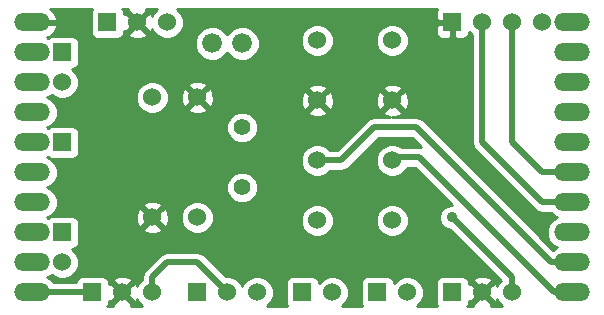
<source format=gtl>
G04 (created by PCBNEW-RS274X (2011-nov-30)-testing) date Wed 18 Jul 2012 12:41:25 AM CEST*
%MOIN*%
G04 Gerber Fmt 3.4, Leading zero omitted, Abs format*
%FSLAX34Y34*%
G01*
G70*
G90*
G04 APERTURE LIST*
%ADD10C,0.006*%
%ADD11C,0.066*%
%ADD12C,0.06*%
%ADD13R,0.06X0.06*%
%ADD14C,0.055*%
%ADD15O,0.1187X0.0592*%
%ADD16O,0.1187X0.06*%
%ADD17C,0.035*%
%ADD18C,0.02*%
%ADD19C,0.01*%
G04 APERTURE END LIST*
G54D10*
G54D11*
X7500Y8800D03*
X6500Y8800D03*
G54D12*
X6000Y3000D03*
X6000Y7000D03*
X4500Y7000D03*
X4500Y3000D03*
X12500Y8900D03*
X12500Y6900D03*
X12500Y4900D03*
X12500Y2900D03*
X10000Y8900D03*
X10000Y6900D03*
X10000Y4900D03*
X10000Y2900D03*
G54D13*
X14500Y9500D03*
G54D12*
X15500Y9500D03*
X16500Y9500D03*
X17500Y9500D03*
G54D13*
X6000Y500D03*
G54D12*
X7000Y500D03*
X8000Y500D03*
G54D13*
X14500Y500D03*
G54D12*
X15500Y500D03*
X16500Y500D03*
G54D13*
X2500Y500D03*
G54D12*
X3500Y500D03*
X4500Y500D03*
G54D13*
X9500Y500D03*
G54D12*
X10500Y500D03*
G54D13*
X12000Y500D03*
G54D12*
X13000Y500D03*
G54D13*
X3000Y9500D03*
G54D12*
X4000Y9500D03*
X5000Y9500D03*
G54D13*
X1500Y2500D03*
G54D12*
X1500Y1500D03*
G54D13*
X1500Y5500D03*
X1500Y8500D03*
G54D12*
X1500Y7500D03*
G54D14*
X7500Y4000D03*
X7500Y6000D03*
G54D15*
X500Y9500D03*
X500Y8500D03*
X500Y7500D03*
X500Y6500D03*
X500Y5500D03*
X500Y4500D03*
X500Y3500D03*
G54D16*
X500Y2500D03*
G54D15*
X500Y1500D03*
G54D16*
X500Y500D03*
G54D15*
X18500Y500D03*
X18500Y1500D03*
X18500Y2500D03*
X18500Y3500D03*
X18500Y4500D03*
X18500Y5500D03*
X18500Y6500D03*
X18500Y7500D03*
X18500Y8500D03*
X18500Y9500D03*
G54D17*
X14500Y3000D03*
G54D18*
X4500Y500D02*
X4500Y1000D01*
X6000Y1500D02*
X7000Y500D01*
X5000Y1500D02*
X6000Y1500D01*
X4500Y1000D02*
X5000Y1500D01*
X16500Y500D02*
X16500Y1000D01*
X16500Y1000D02*
X14500Y3000D01*
X12500Y5000D02*
X13400Y5000D01*
X17900Y500D02*
X18500Y500D01*
X13400Y5000D02*
X17900Y500D01*
X10000Y4900D02*
X10800Y4900D01*
X17800Y1500D02*
X18500Y1500D01*
X13300Y6000D02*
X17800Y1500D01*
X11900Y6000D02*
X13300Y6000D01*
X10800Y4900D02*
X11900Y6000D01*
X16500Y9500D02*
X16500Y5500D01*
X17500Y4500D02*
X18500Y4500D01*
X16500Y5500D02*
X17500Y4500D01*
X2500Y500D02*
X500Y500D01*
G54D19*
X2000Y500D02*
X500Y500D01*
G54D18*
X15500Y9500D02*
X15500Y5500D01*
X17500Y3500D02*
X18500Y3500D01*
X15500Y5500D02*
X17500Y3500D01*
G54D10*
G36*
X17993Y2001D02*
X17884Y1955D01*
X17861Y1933D01*
X14450Y5344D01*
X14450Y9012D01*
X14450Y9450D01*
X14012Y9450D01*
X13950Y9388D01*
X13951Y9249D01*
X13951Y9150D01*
X13989Y9059D01*
X14059Y8989D01*
X14151Y8951D01*
X14388Y8950D01*
X14450Y9012D01*
X14450Y5344D01*
X13547Y6247D01*
X13434Y6323D01*
X13300Y6350D01*
X13053Y6350D01*
X13053Y6819D01*
X13049Y6899D01*
X13049Y8791D01*
X13049Y9009D01*
X12965Y9211D01*
X12811Y9365D01*
X12609Y9449D01*
X12391Y9449D01*
X12189Y9365D01*
X12035Y9211D01*
X11951Y9009D01*
X11951Y8791D01*
X12035Y8589D01*
X12189Y8435D01*
X12391Y8351D01*
X12609Y8351D01*
X12811Y8435D01*
X12965Y8589D01*
X13049Y8791D01*
X13049Y6899D01*
X13042Y7037D01*
X12980Y7186D01*
X12885Y7215D01*
X12815Y7145D01*
X12815Y7285D01*
X12786Y7380D01*
X12581Y7453D01*
X12363Y7442D01*
X12214Y7380D01*
X12185Y7285D01*
X12500Y6971D01*
X12815Y7285D01*
X12815Y7145D01*
X12571Y6900D01*
X12885Y6585D01*
X12980Y6614D01*
X13053Y6819D01*
X13053Y6350D01*
X12478Y6350D01*
X12637Y6358D01*
X12786Y6420D01*
X12815Y6515D01*
X12500Y6829D01*
X12429Y6759D01*
X12429Y6900D01*
X12115Y7215D01*
X12020Y7186D01*
X11947Y6981D01*
X11958Y6763D01*
X12020Y6614D01*
X12115Y6585D01*
X12429Y6900D01*
X12429Y6759D01*
X12185Y6515D01*
X12214Y6420D01*
X12410Y6350D01*
X11900Y6350D01*
X11766Y6323D01*
X11652Y6247D01*
X10655Y5250D01*
X10553Y5250D01*
X10553Y6819D01*
X10549Y6899D01*
X10549Y8791D01*
X10549Y9009D01*
X10465Y9211D01*
X10311Y9365D01*
X10109Y9449D01*
X9891Y9449D01*
X9689Y9365D01*
X9535Y9211D01*
X9451Y9009D01*
X9451Y8791D01*
X9535Y8589D01*
X9689Y8435D01*
X9891Y8351D01*
X10109Y8351D01*
X10311Y8435D01*
X10465Y8589D01*
X10549Y8791D01*
X10549Y6899D01*
X10542Y7037D01*
X10480Y7186D01*
X10385Y7215D01*
X10315Y7145D01*
X10315Y7285D01*
X10286Y7380D01*
X10081Y7453D01*
X9863Y7442D01*
X9714Y7380D01*
X9685Y7285D01*
X10000Y6971D01*
X10315Y7285D01*
X10315Y7145D01*
X10071Y6900D01*
X10385Y6585D01*
X10480Y6614D01*
X10553Y6819D01*
X10553Y5250D01*
X10426Y5250D01*
X10315Y5361D01*
X10315Y6515D01*
X10000Y6829D01*
X9929Y6759D01*
X9929Y6900D01*
X9615Y7215D01*
X9520Y7186D01*
X9447Y6981D01*
X9458Y6763D01*
X9520Y6614D01*
X9615Y6585D01*
X9929Y6900D01*
X9929Y6759D01*
X9685Y6515D01*
X9714Y6420D01*
X9919Y6347D01*
X10137Y6358D01*
X10286Y6420D01*
X10315Y6515D01*
X10315Y5361D01*
X10311Y5365D01*
X10109Y5449D01*
X9891Y5449D01*
X9689Y5365D01*
X9535Y5211D01*
X9451Y5009D01*
X9451Y4791D01*
X9535Y4589D01*
X9689Y4435D01*
X9891Y4351D01*
X10109Y4351D01*
X10311Y4435D01*
X10426Y4550D01*
X10800Y4550D01*
X10800Y4551D01*
X10934Y4577D01*
X11047Y4653D01*
X12044Y5650D01*
X13155Y5650D01*
X13470Y5336D01*
X13400Y5350D01*
X12826Y5350D01*
X12811Y5365D01*
X12609Y5449D01*
X12391Y5449D01*
X12189Y5365D01*
X12035Y5211D01*
X11951Y5009D01*
X11951Y4791D01*
X12035Y4589D01*
X12189Y4435D01*
X12391Y4351D01*
X12609Y4351D01*
X12811Y4435D01*
X12965Y4589D01*
X12990Y4650D01*
X13255Y4650D01*
X14480Y3425D01*
X14416Y3425D01*
X14260Y3361D01*
X14140Y3241D01*
X14075Y3085D01*
X14075Y2916D01*
X14139Y2760D01*
X14259Y2640D01*
X14415Y2575D01*
X14430Y2575D01*
X16114Y891D01*
X16035Y811D01*
X16002Y733D01*
X15980Y786D01*
X15885Y815D01*
X15815Y745D01*
X15815Y885D01*
X15786Y980D01*
X15581Y1053D01*
X15363Y1042D01*
X15214Y980D01*
X15185Y885D01*
X15500Y571D01*
X15815Y885D01*
X15815Y745D01*
X15571Y500D01*
X15885Y185D01*
X15980Y214D01*
X16000Y272D01*
X16035Y189D01*
X16174Y50D01*
X15795Y50D01*
X15815Y115D01*
X15500Y429D01*
X15185Y115D01*
X15204Y50D01*
X15002Y50D01*
X15011Y59D01*
X15049Y150D01*
X15049Y206D01*
X15115Y185D01*
X15429Y500D01*
X15115Y815D01*
X15049Y795D01*
X15049Y849D01*
X15011Y941D01*
X14941Y1011D01*
X14850Y1049D01*
X14751Y1049D01*
X14151Y1049D01*
X14059Y1011D01*
X13989Y941D01*
X13951Y850D01*
X13951Y751D01*
X13951Y151D01*
X13989Y59D01*
X13998Y50D01*
X13326Y50D01*
X13465Y189D01*
X13549Y391D01*
X13549Y609D01*
X13465Y811D01*
X13311Y965D01*
X13109Y1049D01*
X13049Y1049D01*
X13049Y2791D01*
X13049Y3009D01*
X12965Y3211D01*
X12811Y3365D01*
X12609Y3449D01*
X12391Y3449D01*
X12189Y3365D01*
X12035Y3211D01*
X11951Y3009D01*
X11951Y2791D01*
X12035Y2589D01*
X12189Y2435D01*
X12391Y2351D01*
X12609Y2351D01*
X12811Y2435D01*
X12965Y2589D01*
X13049Y2791D01*
X13049Y1049D01*
X12891Y1049D01*
X12689Y965D01*
X12549Y825D01*
X12549Y849D01*
X12511Y941D01*
X12441Y1011D01*
X12350Y1049D01*
X12251Y1049D01*
X11651Y1049D01*
X11559Y1011D01*
X11489Y941D01*
X11451Y850D01*
X11451Y751D01*
X11451Y151D01*
X11489Y59D01*
X11498Y50D01*
X10826Y50D01*
X10965Y189D01*
X11049Y391D01*
X11049Y609D01*
X10965Y811D01*
X10811Y965D01*
X10609Y1049D01*
X10549Y1049D01*
X10549Y2791D01*
X10549Y3009D01*
X10465Y3211D01*
X10311Y3365D01*
X10109Y3449D01*
X9891Y3449D01*
X9689Y3365D01*
X9535Y3211D01*
X9451Y3009D01*
X9451Y2791D01*
X9535Y2589D01*
X9689Y2435D01*
X9891Y2351D01*
X10109Y2351D01*
X10311Y2435D01*
X10465Y2589D01*
X10549Y2791D01*
X10549Y1049D01*
X10391Y1049D01*
X10189Y965D01*
X10049Y825D01*
X10049Y849D01*
X10011Y941D01*
X9941Y1011D01*
X9850Y1049D01*
X9751Y1049D01*
X9151Y1049D01*
X9059Y1011D01*
X8989Y941D01*
X8951Y850D01*
X8951Y751D01*
X8951Y151D01*
X8989Y59D01*
X8998Y50D01*
X8326Y50D01*
X8465Y189D01*
X8549Y391D01*
X8549Y609D01*
X8465Y811D01*
X8311Y965D01*
X8109Y1049D01*
X8080Y1049D01*
X8080Y8684D01*
X8080Y8915D01*
X7992Y9128D01*
X7829Y9291D01*
X7616Y9380D01*
X7385Y9380D01*
X7172Y9292D01*
X7009Y9129D01*
X7000Y9109D01*
X6992Y9128D01*
X6829Y9291D01*
X6616Y9380D01*
X6385Y9380D01*
X6172Y9292D01*
X6009Y9129D01*
X5920Y8916D01*
X5920Y8685D01*
X6008Y8472D01*
X6171Y8309D01*
X6384Y8220D01*
X6615Y8220D01*
X6828Y8308D01*
X6991Y8471D01*
X6999Y8492D01*
X7008Y8472D01*
X7171Y8309D01*
X7384Y8220D01*
X7615Y8220D01*
X7828Y8308D01*
X7991Y8471D01*
X8080Y8684D01*
X8080Y1049D01*
X8025Y1049D01*
X8025Y3895D01*
X8025Y4104D01*
X8025Y5895D01*
X8025Y6104D01*
X7945Y6297D01*
X7798Y6445D01*
X7605Y6525D01*
X7396Y6525D01*
X7203Y6445D01*
X7055Y6298D01*
X6975Y6105D01*
X6975Y5896D01*
X7055Y5703D01*
X7202Y5555D01*
X7395Y5475D01*
X7604Y5475D01*
X7797Y5555D01*
X7945Y5702D01*
X8025Y5895D01*
X8025Y4104D01*
X7945Y4297D01*
X7798Y4445D01*
X7605Y4525D01*
X7396Y4525D01*
X7203Y4445D01*
X7055Y4298D01*
X6975Y4105D01*
X6975Y3896D01*
X7055Y3703D01*
X7202Y3555D01*
X7395Y3475D01*
X7604Y3475D01*
X7797Y3555D01*
X7945Y3702D01*
X8025Y3895D01*
X8025Y1049D01*
X7891Y1049D01*
X7689Y965D01*
X7535Y811D01*
X7500Y727D01*
X7465Y811D01*
X7311Y965D01*
X7109Y1049D01*
X6945Y1049D01*
X6553Y1441D01*
X6553Y6919D01*
X6542Y7137D01*
X6480Y7286D01*
X6385Y7315D01*
X6315Y7245D01*
X6315Y7385D01*
X6286Y7480D01*
X6081Y7553D01*
X5863Y7542D01*
X5714Y7480D01*
X5685Y7385D01*
X6000Y7071D01*
X6315Y7385D01*
X6315Y7245D01*
X6071Y7000D01*
X6385Y6685D01*
X6480Y6714D01*
X6553Y6919D01*
X6553Y1441D01*
X6549Y1445D01*
X6549Y2891D01*
X6549Y3109D01*
X6465Y3311D01*
X6315Y3461D01*
X6315Y6615D01*
X6000Y6929D01*
X5929Y6859D01*
X5929Y7000D01*
X5615Y7315D01*
X5520Y7286D01*
X5447Y7081D01*
X5458Y6863D01*
X5520Y6714D01*
X5615Y6685D01*
X5929Y7000D01*
X5929Y6859D01*
X5685Y6615D01*
X5714Y6520D01*
X5919Y6447D01*
X6137Y6458D01*
X6286Y6520D01*
X6315Y6615D01*
X6315Y3461D01*
X6311Y3465D01*
X6109Y3549D01*
X5891Y3549D01*
X5689Y3465D01*
X5535Y3311D01*
X5451Y3109D01*
X5451Y2891D01*
X5535Y2689D01*
X5689Y2535D01*
X5891Y2451D01*
X6109Y2451D01*
X6311Y2535D01*
X6465Y2689D01*
X6549Y2891D01*
X6549Y1445D01*
X6247Y1747D01*
X6134Y1823D01*
X6000Y1850D01*
X5053Y1850D01*
X5053Y2919D01*
X5049Y2999D01*
X5049Y6891D01*
X5049Y7109D01*
X4965Y7311D01*
X4811Y7465D01*
X4609Y7549D01*
X4391Y7549D01*
X4315Y7518D01*
X4315Y9115D01*
X4000Y9429D01*
X3685Y9115D01*
X3714Y9020D01*
X3919Y8947D01*
X4137Y8958D01*
X4286Y9020D01*
X4315Y9115D01*
X4315Y7518D01*
X4189Y7465D01*
X4035Y7311D01*
X3951Y7109D01*
X3951Y6891D01*
X4035Y6689D01*
X4189Y6535D01*
X4391Y6451D01*
X4609Y6451D01*
X4811Y6535D01*
X4965Y6689D01*
X5049Y6891D01*
X5049Y2999D01*
X5042Y3137D01*
X4980Y3286D01*
X4885Y3315D01*
X4815Y3245D01*
X4815Y3385D01*
X4786Y3480D01*
X4581Y3553D01*
X4363Y3542D01*
X4214Y3480D01*
X4185Y3385D01*
X4500Y3071D01*
X4815Y3385D01*
X4815Y3245D01*
X4571Y3000D01*
X4885Y2685D01*
X4980Y2714D01*
X5053Y2919D01*
X5053Y1850D01*
X5000Y1850D01*
X4866Y1823D01*
X4815Y1789D01*
X4815Y2615D01*
X4500Y2929D01*
X4429Y2859D01*
X4429Y3000D01*
X4115Y3315D01*
X4020Y3286D01*
X3947Y3081D01*
X3958Y2863D01*
X4020Y2714D01*
X4115Y2685D01*
X4429Y3000D01*
X4429Y2859D01*
X4185Y2615D01*
X4214Y2520D01*
X4419Y2447D01*
X4637Y2458D01*
X4786Y2520D01*
X4815Y2615D01*
X4815Y1789D01*
X4752Y1747D01*
X4253Y1247D01*
X4177Y1134D01*
X4150Y1000D01*
X4150Y926D01*
X4035Y811D01*
X4002Y733D01*
X3980Y786D01*
X3885Y815D01*
X3815Y745D01*
X3815Y885D01*
X3786Y980D01*
X3581Y1053D01*
X3363Y1042D01*
X3214Y980D01*
X3185Y885D01*
X3500Y571D01*
X3815Y885D01*
X3815Y745D01*
X3571Y500D01*
X3885Y185D01*
X3980Y214D01*
X4000Y272D01*
X4035Y189D01*
X4174Y50D01*
X3795Y50D01*
X3815Y115D01*
X3500Y429D01*
X3185Y115D01*
X3204Y50D01*
X3002Y50D01*
X3011Y59D01*
X3049Y150D01*
X3049Y206D01*
X3115Y185D01*
X3429Y500D01*
X3115Y815D01*
X3049Y795D01*
X3049Y849D01*
X3011Y941D01*
X2941Y1011D01*
X2850Y1049D01*
X2751Y1049D01*
X2151Y1049D01*
X2059Y1011D01*
X1989Y941D01*
X1951Y850D01*
X1222Y850D01*
X1115Y957D01*
X1009Y1002D01*
X1116Y1045D01*
X1147Y1077D01*
X1189Y1035D01*
X1391Y951D01*
X1609Y951D01*
X1811Y1035D01*
X1965Y1189D01*
X2049Y1391D01*
X2049Y1609D01*
X1965Y1811D01*
X1825Y1951D01*
X1849Y1951D01*
X1941Y1989D01*
X2011Y2059D01*
X2049Y2150D01*
X2049Y2249D01*
X2049Y2849D01*
X2011Y2941D01*
X1941Y3011D01*
X1850Y3049D01*
X1751Y3049D01*
X1151Y3049D01*
X1059Y3011D01*
X1037Y2990D01*
X1009Y3002D01*
X1116Y3045D01*
X1267Y3196D01*
X1349Y3393D01*
X1349Y3606D01*
X1268Y3803D01*
X1117Y3954D01*
X1006Y4000D01*
X1116Y4045D01*
X1267Y4196D01*
X1349Y4393D01*
X1349Y4606D01*
X1268Y4803D01*
X1117Y4954D01*
X1006Y5000D01*
X1035Y5013D01*
X1059Y4989D01*
X1150Y4951D01*
X1249Y4951D01*
X1849Y4951D01*
X1941Y4989D01*
X2011Y5059D01*
X2049Y5150D01*
X2049Y5249D01*
X2049Y5849D01*
X2011Y5941D01*
X1941Y6011D01*
X1850Y6049D01*
X1751Y6049D01*
X1151Y6049D01*
X1059Y6011D01*
X1035Y5988D01*
X1006Y6000D01*
X1116Y6045D01*
X1267Y6196D01*
X1349Y6393D01*
X1349Y6606D01*
X1268Y6803D01*
X1117Y6954D01*
X1006Y7000D01*
X1116Y7045D01*
X1147Y7077D01*
X1189Y7035D01*
X1391Y6951D01*
X1609Y6951D01*
X1811Y7035D01*
X1965Y7189D01*
X2049Y7391D01*
X2049Y7609D01*
X1965Y7811D01*
X1825Y7951D01*
X1849Y7951D01*
X1941Y7989D01*
X2011Y8059D01*
X2049Y8150D01*
X2049Y8249D01*
X2049Y8849D01*
X2011Y8941D01*
X1941Y9011D01*
X1850Y9049D01*
X1751Y9049D01*
X1151Y9049D01*
X1059Y9011D01*
X1035Y8988D01*
X1004Y9001D01*
X1052Y9015D01*
X1218Y9150D01*
X1320Y9338D01*
X1325Y9366D01*
X1278Y9450D01*
X600Y9450D01*
X550Y9450D01*
X450Y9450D01*
X450Y9550D01*
X550Y9550D01*
X600Y9550D01*
X1278Y9550D01*
X1325Y9634D01*
X1320Y9662D01*
X1218Y9850D01*
X1095Y9950D01*
X2498Y9950D01*
X2489Y9941D01*
X2451Y9850D01*
X2451Y9751D01*
X2451Y9151D01*
X2489Y9059D01*
X2559Y8989D01*
X2650Y8951D01*
X2749Y8951D01*
X3349Y8951D01*
X3441Y8989D01*
X3511Y9059D01*
X3549Y9150D01*
X3549Y9206D01*
X3615Y9185D01*
X3929Y9500D01*
X3615Y9815D01*
X3549Y9795D01*
X3549Y9849D01*
X3511Y9941D01*
X3502Y9950D01*
X3704Y9950D01*
X3685Y9885D01*
X4000Y9571D01*
X4315Y9885D01*
X4295Y9950D01*
X4674Y9950D01*
X4535Y9811D01*
X4502Y9733D01*
X4480Y9786D01*
X4385Y9815D01*
X4071Y9500D01*
X4385Y9185D01*
X4480Y9214D01*
X4500Y9272D01*
X4535Y9189D01*
X4689Y9035D01*
X4891Y8951D01*
X5109Y8951D01*
X5311Y9035D01*
X5465Y9189D01*
X5549Y9391D01*
X5549Y9609D01*
X5465Y9811D01*
X5326Y9950D01*
X13998Y9950D01*
X13989Y9941D01*
X13951Y9850D01*
X13951Y9751D01*
X13950Y9612D01*
X14012Y9550D01*
X14400Y9550D01*
X14450Y9550D01*
X14550Y9550D01*
X14550Y9450D01*
X14550Y9400D01*
X14550Y9012D01*
X14612Y8950D01*
X14849Y8951D01*
X14941Y8989D01*
X15011Y9059D01*
X15049Y9150D01*
X15049Y9175D01*
X15150Y9074D01*
X15150Y5500D01*
X15177Y5366D01*
X15253Y5253D01*
X17252Y3253D01*
X17253Y3253D01*
X17366Y3177D01*
X17500Y3150D01*
X17779Y3150D01*
X17883Y3046D01*
X17993Y3001D01*
X17884Y2955D01*
X17733Y2804D01*
X17651Y2607D01*
X17651Y2394D01*
X17732Y2197D01*
X17883Y2046D01*
X17993Y2001D01*
X17993Y2001D01*
G37*
G54D19*
X17993Y2001D02*
X17884Y1955D01*
X17861Y1933D01*
X14450Y5344D01*
X14450Y9012D01*
X14450Y9450D01*
X14012Y9450D01*
X13950Y9388D01*
X13951Y9249D01*
X13951Y9150D01*
X13989Y9059D01*
X14059Y8989D01*
X14151Y8951D01*
X14388Y8950D01*
X14450Y9012D01*
X14450Y5344D01*
X13547Y6247D01*
X13434Y6323D01*
X13300Y6350D01*
X13053Y6350D01*
X13053Y6819D01*
X13049Y6899D01*
X13049Y8791D01*
X13049Y9009D01*
X12965Y9211D01*
X12811Y9365D01*
X12609Y9449D01*
X12391Y9449D01*
X12189Y9365D01*
X12035Y9211D01*
X11951Y9009D01*
X11951Y8791D01*
X12035Y8589D01*
X12189Y8435D01*
X12391Y8351D01*
X12609Y8351D01*
X12811Y8435D01*
X12965Y8589D01*
X13049Y8791D01*
X13049Y6899D01*
X13042Y7037D01*
X12980Y7186D01*
X12885Y7215D01*
X12815Y7145D01*
X12815Y7285D01*
X12786Y7380D01*
X12581Y7453D01*
X12363Y7442D01*
X12214Y7380D01*
X12185Y7285D01*
X12500Y6971D01*
X12815Y7285D01*
X12815Y7145D01*
X12571Y6900D01*
X12885Y6585D01*
X12980Y6614D01*
X13053Y6819D01*
X13053Y6350D01*
X12478Y6350D01*
X12637Y6358D01*
X12786Y6420D01*
X12815Y6515D01*
X12500Y6829D01*
X12429Y6759D01*
X12429Y6900D01*
X12115Y7215D01*
X12020Y7186D01*
X11947Y6981D01*
X11958Y6763D01*
X12020Y6614D01*
X12115Y6585D01*
X12429Y6900D01*
X12429Y6759D01*
X12185Y6515D01*
X12214Y6420D01*
X12410Y6350D01*
X11900Y6350D01*
X11766Y6323D01*
X11652Y6247D01*
X10655Y5250D01*
X10553Y5250D01*
X10553Y6819D01*
X10549Y6899D01*
X10549Y8791D01*
X10549Y9009D01*
X10465Y9211D01*
X10311Y9365D01*
X10109Y9449D01*
X9891Y9449D01*
X9689Y9365D01*
X9535Y9211D01*
X9451Y9009D01*
X9451Y8791D01*
X9535Y8589D01*
X9689Y8435D01*
X9891Y8351D01*
X10109Y8351D01*
X10311Y8435D01*
X10465Y8589D01*
X10549Y8791D01*
X10549Y6899D01*
X10542Y7037D01*
X10480Y7186D01*
X10385Y7215D01*
X10315Y7145D01*
X10315Y7285D01*
X10286Y7380D01*
X10081Y7453D01*
X9863Y7442D01*
X9714Y7380D01*
X9685Y7285D01*
X10000Y6971D01*
X10315Y7285D01*
X10315Y7145D01*
X10071Y6900D01*
X10385Y6585D01*
X10480Y6614D01*
X10553Y6819D01*
X10553Y5250D01*
X10426Y5250D01*
X10315Y5361D01*
X10315Y6515D01*
X10000Y6829D01*
X9929Y6759D01*
X9929Y6900D01*
X9615Y7215D01*
X9520Y7186D01*
X9447Y6981D01*
X9458Y6763D01*
X9520Y6614D01*
X9615Y6585D01*
X9929Y6900D01*
X9929Y6759D01*
X9685Y6515D01*
X9714Y6420D01*
X9919Y6347D01*
X10137Y6358D01*
X10286Y6420D01*
X10315Y6515D01*
X10315Y5361D01*
X10311Y5365D01*
X10109Y5449D01*
X9891Y5449D01*
X9689Y5365D01*
X9535Y5211D01*
X9451Y5009D01*
X9451Y4791D01*
X9535Y4589D01*
X9689Y4435D01*
X9891Y4351D01*
X10109Y4351D01*
X10311Y4435D01*
X10426Y4550D01*
X10800Y4550D01*
X10800Y4551D01*
X10934Y4577D01*
X11047Y4653D01*
X12044Y5650D01*
X13155Y5650D01*
X13470Y5336D01*
X13400Y5350D01*
X12826Y5350D01*
X12811Y5365D01*
X12609Y5449D01*
X12391Y5449D01*
X12189Y5365D01*
X12035Y5211D01*
X11951Y5009D01*
X11951Y4791D01*
X12035Y4589D01*
X12189Y4435D01*
X12391Y4351D01*
X12609Y4351D01*
X12811Y4435D01*
X12965Y4589D01*
X12990Y4650D01*
X13255Y4650D01*
X14480Y3425D01*
X14416Y3425D01*
X14260Y3361D01*
X14140Y3241D01*
X14075Y3085D01*
X14075Y2916D01*
X14139Y2760D01*
X14259Y2640D01*
X14415Y2575D01*
X14430Y2575D01*
X16114Y891D01*
X16035Y811D01*
X16002Y733D01*
X15980Y786D01*
X15885Y815D01*
X15815Y745D01*
X15815Y885D01*
X15786Y980D01*
X15581Y1053D01*
X15363Y1042D01*
X15214Y980D01*
X15185Y885D01*
X15500Y571D01*
X15815Y885D01*
X15815Y745D01*
X15571Y500D01*
X15885Y185D01*
X15980Y214D01*
X16000Y272D01*
X16035Y189D01*
X16174Y50D01*
X15795Y50D01*
X15815Y115D01*
X15500Y429D01*
X15185Y115D01*
X15204Y50D01*
X15002Y50D01*
X15011Y59D01*
X15049Y150D01*
X15049Y206D01*
X15115Y185D01*
X15429Y500D01*
X15115Y815D01*
X15049Y795D01*
X15049Y849D01*
X15011Y941D01*
X14941Y1011D01*
X14850Y1049D01*
X14751Y1049D01*
X14151Y1049D01*
X14059Y1011D01*
X13989Y941D01*
X13951Y850D01*
X13951Y751D01*
X13951Y151D01*
X13989Y59D01*
X13998Y50D01*
X13326Y50D01*
X13465Y189D01*
X13549Y391D01*
X13549Y609D01*
X13465Y811D01*
X13311Y965D01*
X13109Y1049D01*
X13049Y1049D01*
X13049Y2791D01*
X13049Y3009D01*
X12965Y3211D01*
X12811Y3365D01*
X12609Y3449D01*
X12391Y3449D01*
X12189Y3365D01*
X12035Y3211D01*
X11951Y3009D01*
X11951Y2791D01*
X12035Y2589D01*
X12189Y2435D01*
X12391Y2351D01*
X12609Y2351D01*
X12811Y2435D01*
X12965Y2589D01*
X13049Y2791D01*
X13049Y1049D01*
X12891Y1049D01*
X12689Y965D01*
X12549Y825D01*
X12549Y849D01*
X12511Y941D01*
X12441Y1011D01*
X12350Y1049D01*
X12251Y1049D01*
X11651Y1049D01*
X11559Y1011D01*
X11489Y941D01*
X11451Y850D01*
X11451Y751D01*
X11451Y151D01*
X11489Y59D01*
X11498Y50D01*
X10826Y50D01*
X10965Y189D01*
X11049Y391D01*
X11049Y609D01*
X10965Y811D01*
X10811Y965D01*
X10609Y1049D01*
X10549Y1049D01*
X10549Y2791D01*
X10549Y3009D01*
X10465Y3211D01*
X10311Y3365D01*
X10109Y3449D01*
X9891Y3449D01*
X9689Y3365D01*
X9535Y3211D01*
X9451Y3009D01*
X9451Y2791D01*
X9535Y2589D01*
X9689Y2435D01*
X9891Y2351D01*
X10109Y2351D01*
X10311Y2435D01*
X10465Y2589D01*
X10549Y2791D01*
X10549Y1049D01*
X10391Y1049D01*
X10189Y965D01*
X10049Y825D01*
X10049Y849D01*
X10011Y941D01*
X9941Y1011D01*
X9850Y1049D01*
X9751Y1049D01*
X9151Y1049D01*
X9059Y1011D01*
X8989Y941D01*
X8951Y850D01*
X8951Y751D01*
X8951Y151D01*
X8989Y59D01*
X8998Y50D01*
X8326Y50D01*
X8465Y189D01*
X8549Y391D01*
X8549Y609D01*
X8465Y811D01*
X8311Y965D01*
X8109Y1049D01*
X8080Y1049D01*
X8080Y8684D01*
X8080Y8915D01*
X7992Y9128D01*
X7829Y9291D01*
X7616Y9380D01*
X7385Y9380D01*
X7172Y9292D01*
X7009Y9129D01*
X7000Y9109D01*
X6992Y9128D01*
X6829Y9291D01*
X6616Y9380D01*
X6385Y9380D01*
X6172Y9292D01*
X6009Y9129D01*
X5920Y8916D01*
X5920Y8685D01*
X6008Y8472D01*
X6171Y8309D01*
X6384Y8220D01*
X6615Y8220D01*
X6828Y8308D01*
X6991Y8471D01*
X6999Y8492D01*
X7008Y8472D01*
X7171Y8309D01*
X7384Y8220D01*
X7615Y8220D01*
X7828Y8308D01*
X7991Y8471D01*
X8080Y8684D01*
X8080Y1049D01*
X8025Y1049D01*
X8025Y3895D01*
X8025Y4104D01*
X8025Y5895D01*
X8025Y6104D01*
X7945Y6297D01*
X7798Y6445D01*
X7605Y6525D01*
X7396Y6525D01*
X7203Y6445D01*
X7055Y6298D01*
X6975Y6105D01*
X6975Y5896D01*
X7055Y5703D01*
X7202Y5555D01*
X7395Y5475D01*
X7604Y5475D01*
X7797Y5555D01*
X7945Y5702D01*
X8025Y5895D01*
X8025Y4104D01*
X7945Y4297D01*
X7798Y4445D01*
X7605Y4525D01*
X7396Y4525D01*
X7203Y4445D01*
X7055Y4298D01*
X6975Y4105D01*
X6975Y3896D01*
X7055Y3703D01*
X7202Y3555D01*
X7395Y3475D01*
X7604Y3475D01*
X7797Y3555D01*
X7945Y3702D01*
X8025Y3895D01*
X8025Y1049D01*
X7891Y1049D01*
X7689Y965D01*
X7535Y811D01*
X7500Y727D01*
X7465Y811D01*
X7311Y965D01*
X7109Y1049D01*
X6945Y1049D01*
X6553Y1441D01*
X6553Y6919D01*
X6542Y7137D01*
X6480Y7286D01*
X6385Y7315D01*
X6315Y7245D01*
X6315Y7385D01*
X6286Y7480D01*
X6081Y7553D01*
X5863Y7542D01*
X5714Y7480D01*
X5685Y7385D01*
X6000Y7071D01*
X6315Y7385D01*
X6315Y7245D01*
X6071Y7000D01*
X6385Y6685D01*
X6480Y6714D01*
X6553Y6919D01*
X6553Y1441D01*
X6549Y1445D01*
X6549Y2891D01*
X6549Y3109D01*
X6465Y3311D01*
X6315Y3461D01*
X6315Y6615D01*
X6000Y6929D01*
X5929Y6859D01*
X5929Y7000D01*
X5615Y7315D01*
X5520Y7286D01*
X5447Y7081D01*
X5458Y6863D01*
X5520Y6714D01*
X5615Y6685D01*
X5929Y7000D01*
X5929Y6859D01*
X5685Y6615D01*
X5714Y6520D01*
X5919Y6447D01*
X6137Y6458D01*
X6286Y6520D01*
X6315Y6615D01*
X6315Y3461D01*
X6311Y3465D01*
X6109Y3549D01*
X5891Y3549D01*
X5689Y3465D01*
X5535Y3311D01*
X5451Y3109D01*
X5451Y2891D01*
X5535Y2689D01*
X5689Y2535D01*
X5891Y2451D01*
X6109Y2451D01*
X6311Y2535D01*
X6465Y2689D01*
X6549Y2891D01*
X6549Y1445D01*
X6247Y1747D01*
X6134Y1823D01*
X6000Y1850D01*
X5053Y1850D01*
X5053Y2919D01*
X5049Y2999D01*
X5049Y6891D01*
X5049Y7109D01*
X4965Y7311D01*
X4811Y7465D01*
X4609Y7549D01*
X4391Y7549D01*
X4315Y7518D01*
X4315Y9115D01*
X4000Y9429D01*
X3685Y9115D01*
X3714Y9020D01*
X3919Y8947D01*
X4137Y8958D01*
X4286Y9020D01*
X4315Y9115D01*
X4315Y7518D01*
X4189Y7465D01*
X4035Y7311D01*
X3951Y7109D01*
X3951Y6891D01*
X4035Y6689D01*
X4189Y6535D01*
X4391Y6451D01*
X4609Y6451D01*
X4811Y6535D01*
X4965Y6689D01*
X5049Y6891D01*
X5049Y2999D01*
X5042Y3137D01*
X4980Y3286D01*
X4885Y3315D01*
X4815Y3245D01*
X4815Y3385D01*
X4786Y3480D01*
X4581Y3553D01*
X4363Y3542D01*
X4214Y3480D01*
X4185Y3385D01*
X4500Y3071D01*
X4815Y3385D01*
X4815Y3245D01*
X4571Y3000D01*
X4885Y2685D01*
X4980Y2714D01*
X5053Y2919D01*
X5053Y1850D01*
X5000Y1850D01*
X4866Y1823D01*
X4815Y1789D01*
X4815Y2615D01*
X4500Y2929D01*
X4429Y2859D01*
X4429Y3000D01*
X4115Y3315D01*
X4020Y3286D01*
X3947Y3081D01*
X3958Y2863D01*
X4020Y2714D01*
X4115Y2685D01*
X4429Y3000D01*
X4429Y2859D01*
X4185Y2615D01*
X4214Y2520D01*
X4419Y2447D01*
X4637Y2458D01*
X4786Y2520D01*
X4815Y2615D01*
X4815Y1789D01*
X4752Y1747D01*
X4253Y1247D01*
X4177Y1134D01*
X4150Y1000D01*
X4150Y926D01*
X4035Y811D01*
X4002Y733D01*
X3980Y786D01*
X3885Y815D01*
X3815Y745D01*
X3815Y885D01*
X3786Y980D01*
X3581Y1053D01*
X3363Y1042D01*
X3214Y980D01*
X3185Y885D01*
X3500Y571D01*
X3815Y885D01*
X3815Y745D01*
X3571Y500D01*
X3885Y185D01*
X3980Y214D01*
X4000Y272D01*
X4035Y189D01*
X4174Y50D01*
X3795Y50D01*
X3815Y115D01*
X3500Y429D01*
X3185Y115D01*
X3204Y50D01*
X3002Y50D01*
X3011Y59D01*
X3049Y150D01*
X3049Y206D01*
X3115Y185D01*
X3429Y500D01*
X3115Y815D01*
X3049Y795D01*
X3049Y849D01*
X3011Y941D01*
X2941Y1011D01*
X2850Y1049D01*
X2751Y1049D01*
X2151Y1049D01*
X2059Y1011D01*
X1989Y941D01*
X1951Y850D01*
X1222Y850D01*
X1115Y957D01*
X1009Y1002D01*
X1116Y1045D01*
X1147Y1077D01*
X1189Y1035D01*
X1391Y951D01*
X1609Y951D01*
X1811Y1035D01*
X1965Y1189D01*
X2049Y1391D01*
X2049Y1609D01*
X1965Y1811D01*
X1825Y1951D01*
X1849Y1951D01*
X1941Y1989D01*
X2011Y2059D01*
X2049Y2150D01*
X2049Y2249D01*
X2049Y2849D01*
X2011Y2941D01*
X1941Y3011D01*
X1850Y3049D01*
X1751Y3049D01*
X1151Y3049D01*
X1059Y3011D01*
X1037Y2990D01*
X1009Y3002D01*
X1116Y3045D01*
X1267Y3196D01*
X1349Y3393D01*
X1349Y3606D01*
X1268Y3803D01*
X1117Y3954D01*
X1006Y4000D01*
X1116Y4045D01*
X1267Y4196D01*
X1349Y4393D01*
X1349Y4606D01*
X1268Y4803D01*
X1117Y4954D01*
X1006Y5000D01*
X1035Y5013D01*
X1059Y4989D01*
X1150Y4951D01*
X1249Y4951D01*
X1849Y4951D01*
X1941Y4989D01*
X2011Y5059D01*
X2049Y5150D01*
X2049Y5249D01*
X2049Y5849D01*
X2011Y5941D01*
X1941Y6011D01*
X1850Y6049D01*
X1751Y6049D01*
X1151Y6049D01*
X1059Y6011D01*
X1035Y5988D01*
X1006Y6000D01*
X1116Y6045D01*
X1267Y6196D01*
X1349Y6393D01*
X1349Y6606D01*
X1268Y6803D01*
X1117Y6954D01*
X1006Y7000D01*
X1116Y7045D01*
X1147Y7077D01*
X1189Y7035D01*
X1391Y6951D01*
X1609Y6951D01*
X1811Y7035D01*
X1965Y7189D01*
X2049Y7391D01*
X2049Y7609D01*
X1965Y7811D01*
X1825Y7951D01*
X1849Y7951D01*
X1941Y7989D01*
X2011Y8059D01*
X2049Y8150D01*
X2049Y8249D01*
X2049Y8849D01*
X2011Y8941D01*
X1941Y9011D01*
X1850Y9049D01*
X1751Y9049D01*
X1151Y9049D01*
X1059Y9011D01*
X1035Y8988D01*
X1004Y9001D01*
X1052Y9015D01*
X1218Y9150D01*
X1320Y9338D01*
X1325Y9366D01*
X1278Y9450D01*
X600Y9450D01*
X550Y9450D01*
X450Y9450D01*
X450Y9550D01*
X550Y9550D01*
X600Y9550D01*
X1278Y9550D01*
X1325Y9634D01*
X1320Y9662D01*
X1218Y9850D01*
X1095Y9950D01*
X2498Y9950D01*
X2489Y9941D01*
X2451Y9850D01*
X2451Y9751D01*
X2451Y9151D01*
X2489Y9059D01*
X2559Y8989D01*
X2650Y8951D01*
X2749Y8951D01*
X3349Y8951D01*
X3441Y8989D01*
X3511Y9059D01*
X3549Y9150D01*
X3549Y9206D01*
X3615Y9185D01*
X3929Y9500D01*
X3615Y9815D01*
X3549Y9795D01*
X3549Y9849D01*
X3511Y9941D01*
X3502Y9950D01*
X3704Y9950D01*
X3685Y9885D01*
X4000Y9571D01*
X4315Y9885D01*
X4295Y9950D01*
X4674Y9950D01*
X4535Y9811D01*
X4502Y9733D01*
X4480Y9786D01*
X4385Y9815D01*
X4071Y9500D01*
X4385Y9185D01*
X4480Y9214D01*
X4500Y9272D01*
X4535Y9189D01*
X4689Y9035D01*
X4891Y8951D01*
X5109Y8951D01*
X5311Y9035D01*
X5465Y9189D01*
X5549Y9391D01*
X5549Y9609D01*
X5465Y9811D01*
X5326Y9950D01*
X13998Y9950D01*
X13989Y9941D01*
X13951Y9850D01*
X13951Y9751D01*
X13950Y9612D01*
X14012Y9550D01*
X14400Y9550D01*
X14450Y9550D01*
X14550Y9550D01*
X14550Y9450D01*
X14550Y9400D01*
X14550Y9012D01*
X14612Y8950D01*
X14849Y8951D01*
X14941Y8989D01*
X15011Y9059D01*
X15049Y9150D01*
X15049Y9175D01*
X15150Y9074D01*
X15150Y5500D01*
X15177Y5366D01*
X15253Y5253D01*
X17252Y3253D01*
X17253Y3253D01*
X17366Y3177D01*
X17500Y3150D01*
X17779Y3150D01*
X17883Y3046D01*
X17993Y3001D01*
X17884Y2955D01*
X17733Y2804D01*
X17651Y2607D01*
X17651Y2394D01*
X17732Y2197D01*
X17883Y2046D01*
X17993Y2001D01*
M02*

</source>
